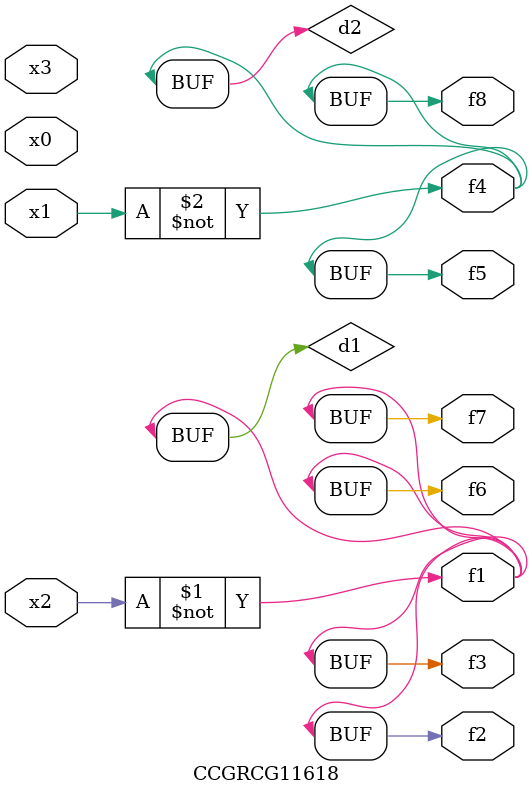
<source format=v>
module CCGRCG11618(
	input x0, x1, x2, x3,
	output f1, f2, f3, f4, f5, f6, f7, f8
);

	wire d1, d2;

	xnor (d1, x2);
	not (d2, x1);
	assign f1 = d1;
	assign f2 = d1;
	assign f3 = d1;
	assign f4 = d2;
	assign f5 = d2;
	assign f6 = d1;
	assign f7 = d1;
	assign f8 = d2;
endmodule

</source>
